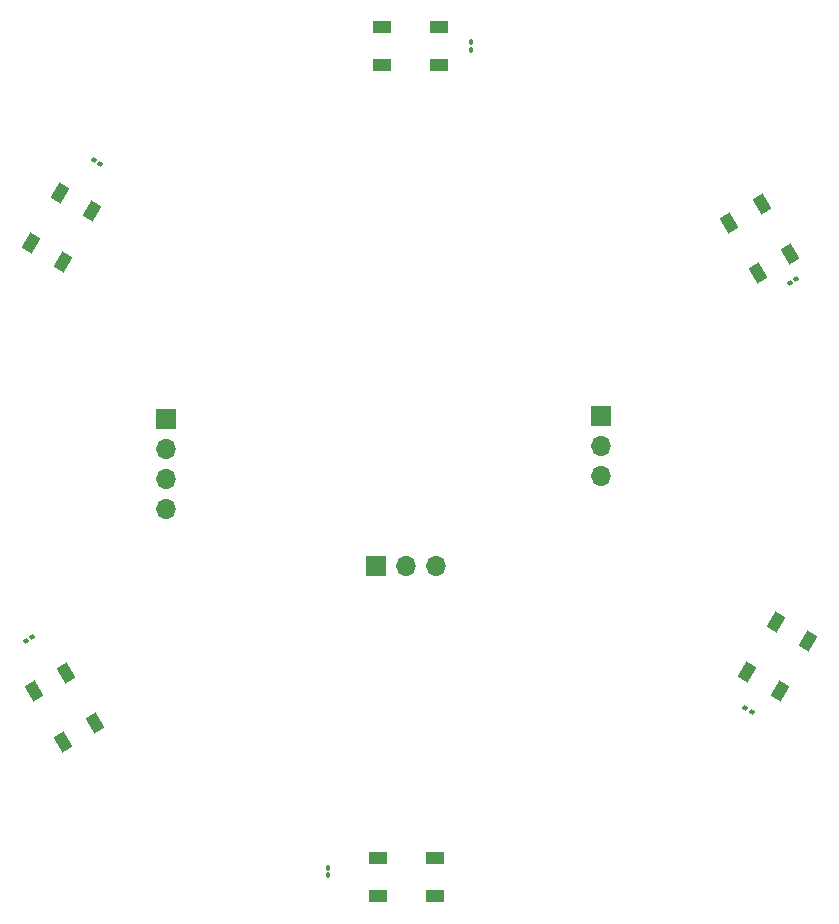
<source format=gbr>
%TF.GenerationSoftware,KiCad,Pcbnew,(6.0.4)*%
%TF.CreationDate,2022-04-25T15:33:24+02:00*%
%TF.ProjectId,HEX_PCB,4845585f-5043-4422-9e6b-696361645f70,rev?*%
%TF.SameCoordinates,Original*%
%TF.FileFunction,Soldermask,Top*%
%TF.FilePolarity,Negative*%
%FSLAX46Y46*%
G04 Gerber Fmt 4.6, Leading zero omitted, Abs format (unit mm)*
G04 Created by KiCad (PCBNEW (6.0.4)) date 2022-04-25 15:33:24*
%MOMM*%
%LPD*%
G01*
G04 APERTURE LIST*
G04 Aperture macros list*
%AMRoundRect*
0 Rectangle with rounded corners*
0 $1 Rounding radius*
0 $2 $3 $4 $5 $6 $7 $8 $9 X,Y pos of 4 corners*
0 Add a 4 corners polygon primitive as box body*
4,1,4,$2,$3,$4,$5,$6,$7,$8,$9,$2,$3,0*
0 Add four circle primitives for the rounded corners*
1,1,$1+$1,$2,$3*
1,1,$1+$1,$4,$5*
1,1,$1+$1,$6,$7*
1,1,$1+$1,$8,$9*
0 Add four rect primitives between the rounded corners*
20,1,$1+$1,$2,$3,$4,$5,0*
20,1,$1+$1,$4,$5,$6,$7,0*
20,1,$1+$1,$6,$7,$8,$9,0*
20,1,$1+$1,$8,$9,$2,$3,0*%
%AMRotRect*
0 Rectangle, with rotation*
0 The origin of the aperture is its center*
0 $1 length*
0 $2 width*
0 $3 Rotation angle, in degrees counterclockwise*
0 Add horizontal line*
21,1,$1,$2,0,0,$3*%
G04 Aperture macros list end*
%ADD10RoundRect,0.100000X-0.162583X-0.021603X0.062583X-0.151603X0.162583X0.021603X-0.062583X0.151603X0*%
%ADD11RotRect,1.500000X1.000000X300.000000*%
%ADD12R,1.700000X1.700000*%
%ADD13O,1.700000X1.700000*%
%ADD14RotRect,1.500000X1.000000X60.000000*%
%ADD15RoundRect,0.100000X-0.100000X0.130000X-0.100000X-0.130000X0.100000X-0.130000X0.100000X0.130000X0*%
%ADD16R,1.500000X1.000000*%
%ADD17RotRect,1.500000X1.000000X120.000000*%
%ADD18RoundRect,0.100000X-0.062583X-0.151603X0.162583X-0.021603X0.062583X0.151603X-0.162583X0.021603X0*%
G04 APERTURE END LIST*
D10*
%TO.C,C1*%
X75137744Y-88834000D03*
X75692000Y-89154000D03*
%TD*%
D11*
%TO.C,D3*%
X131662000Y-92530476D03*
X128890718Y-94130476D03*
X131340718Y-98374000D03*
X134112000Y-96774000D03*
%TD*%
D10*
%TO.C,C4*%
X130278872Y-135222000D03*
X130833128Y-135542000D03*
%TD*%
D12*
%TO.C,J3*%
X99060000Y-123190000D03*
D13*
X101600000Y-123190000D03*
X104140000Y-123190000D03*
%TD*%
D14*
%TO.C,D4*%
X130414718Y-132183524D03*
X133186000Y-133783524D03*
X135636000Y-129540000D03*
X132864718Y-127940000D03*
%TD*%
D15*
%TO.C,C2*%
X107024000Y-78852000D03*
X107024000Y-79492000D03*
%TD*%
D12*
%TO.C,J1*%
X81280000Y-110744000D03*
D13*
X81280000Y-113284000D03*
X81280000Y-115824000D03*
X81280000Y-118364000D03*
%TD*%
D16*
%TO.C,D5*%
X99150000Y-147930000D03*
X99150000Y-151130000D03*
X104050000Y-151130000D03*
X104050000Y-147930000D03*
%TD*%
D15*
%TO.C,C5*%
X94996000Y-148712000D03*
X94996000Y-149352000D03*
%TD*%
D17*
%TO.C,D6*%
X72483359Y-138049762D03*
X75254641Y-136449762D03*
X72804641Y-132206238D03*
X70033359Y-133806238D03*
%TD*%
D18*
%TO.C,C3*%
X134044093Y-99220000D03*
X134598349Y-98900000D03*
%TD*%
D12*
%TO.C,J2*%
X118110000Y-110490000D03*
D13*
X118110000Y-113030000D03*
X118110000Y-115570000D03*
%TD*%
D14*
%TO.C,D1*%
X69779359Y-95809762D03*
X72550641Y-97409762D03*
X75000641Y-93166238D03*
X72229359Y-91566238D03*
%TD*%
D16*
%TO.C,D2*%
X99494000Y-77572000D03*
X99494000Y-80772000D03*
X104394000Y-80772000D03*
X104394000Y-77572000D03*
%TD*%
D18*
%TO.C,C6*%
X69363651Y-129527500D03*
X69917907Y-129207500D03*
%TD*%
M02*

</source>
